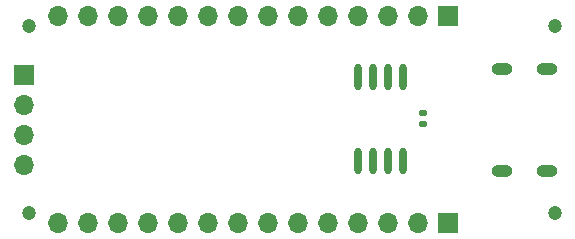
<source format=gbs>
%TF.GenerationSoftware,KiCad,Pcbnew,(6.0.10)*%
%TF.CreationDate,2023-01-11T19:54:22+08:00*%
%TF.ProjectId,UINIO-MCU-STM32L051K8,55494e49-4f2d-44d4-9355-2d53544d3332,Version 3.0.0*%
%TF.SameCoordinates,Original*%
%TF.FileFunction,Soldermask,Bot*%
%TF.FilePolarity,Negative*%
%FSLAX46Y46*%
G04 Gerber Fmt 4.6, Leading zero omitted, Abs format (unit mm)*
G04 Created by KiCad (PCBNEW (6.0.10)) date 2023-01-11 19:54:22*
%MOMM*%
%LPD*%
G01*
G04 APERTURE LIST*
G04 Aperture macros list*
%AMRoundRect*
0 Rectangle with rounded corners*
0 $1 Rounding radius*
0 $2 $3 $4 $5 $6 $7 $8 $9 X,Y pos of 4 corners*
0 Add a 4 corners polygon primitive as box body*
4,1,4,$2,$3,$4,$5,$6,$7,$8,$9,$2,$3,0*
0 Add four circle primitives for the rounded corners*
1,1,$1+$1,$2,$3*
1,1,$1+$1,$4,$5*
1,1,$1+$1,$6,$7*
1,1,$1+$1,$8,$9*
0 Add four rect primitives between the rounded corners*
20,1,$1+$1,$2,$3,$4,$5,0*
20,1,$1+$1,$4,$5,$6,$7,0*
20,1,$1+$1,$6,$7,$8,$9,0*
20,1,$1+$1,$8,$9,$2,$3,0*%
G04 Aperture macros list end*
%ADD10C,1.200000*%
%ADD11R,1.700000X1.700000*%
%ADD12O,1.700000X1.700000*%
%ADD13O,1.800000X1.000000*%
%ADD14O,0.630000X2.250000*%
%ADD15RoundRect,0.140000X0.170000X-0.140000X0.170000X0.140000X-0.170000X0.140000X-0.170000X-0.140000X0*%
G04 APERTURE END LIST*
D10*
%TO.C,Hole3*%
X175040000Y-107630000D03*
%TD*%
%TO.C,Hole1*%
X130530000Y-91810000D03*
%TD*%
D11*
%TO.C,J3*%
X130090000Y-95970000D03*
D12*
X130090000Y-98510000D03*
X130090000Y-101050000D03*
X130090000Y-103590000D03*
%TD*%
D13*
%TO.C,USB1*%
X170560000Y-104080000D03*
X170560000Y-95440000D03*
X174360000Y-104080000D03*
X174360000Y-95440000D03*
%TD*%
D10*
%TO.C,Hole2*%
X130560000Y-107620000D03*
%TD*%
%TO.C,Hole4*%
X175040000Y-91810000D03*
%TD*%
D11*
%TO.C,J2*%
X165980000Y-108500000D03*
D12*
X163440000Y-108500000D03*
X160900000Y-108500000D03*
X158360000Y-108500000D03*
X155820000Y-108500000D03*
X153280000Y-108500000D03*
X150740000Y-108500000D03*
X148200000Y-108500000D03*
X145660000Y-108500000D03*
X143120000Y-108500000D03*
X140580000Y-108500000D03*
X138040000Y-108500000D03*
X135500000Y-108500000D03*
X132960000Y-108500000D03*
%TD*%
D14*
%TO.C,U2*%
X162215000Y-103210000D03*
X160945000Y-103210000D03*
X159675000Y-103210000D03*
X158405000Y-103210000D03*
X158405000Y-96150000D03*
X159675000Y-96150000D03*
X160945000Y-96150000D03*
X162215000Y-96150000D03*
%TD*%
D15*
%TO.C,C3*%
X163930000Y-100130000D03*
X163930000Y-99170000D03*
%TD*%
D11*
%TO.C,J1*%
X165990000Y-90940000D03*
D12*
X163450000Y-90940000D03*
X160910000Y-90940000D03*
X158370000Y-90940000D03*
X155830000Y-90940000D03*
X153290000Y-90940000D03*
X150750000Y-90940000D03*
X148210000Y-90940000D03*
X145670000Y-90940000D03*
X143130000Y-90940000D03*
X140590000Y-90940000D03*
X138050000Y-90940000D03*
X135510000Y-90940000D03*
X132970000Y-90940000D03*
%TD*%
M02*

</source>
